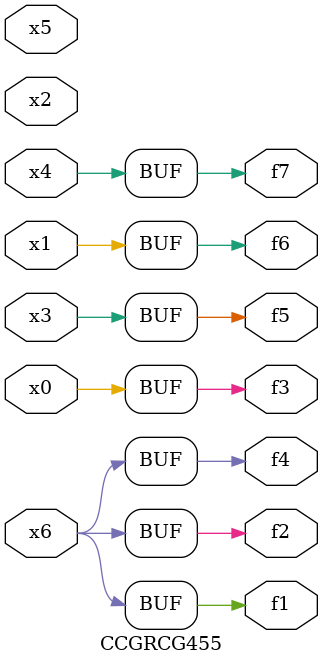
<source format=v>
module CCGRCG455(
	input x0, x1, x2, x3, x4, x5, x6,
	output f1, f2, f3, f4, f5, f6, f7
);
	assign f1 = x6;
	assign f2 = x6;
	assign f3 = x0;
	assign f4 = x6;
	assign f5 = x3;
	assign f6 = x1;
	assign f7 = x4;
endmodule

</source>
